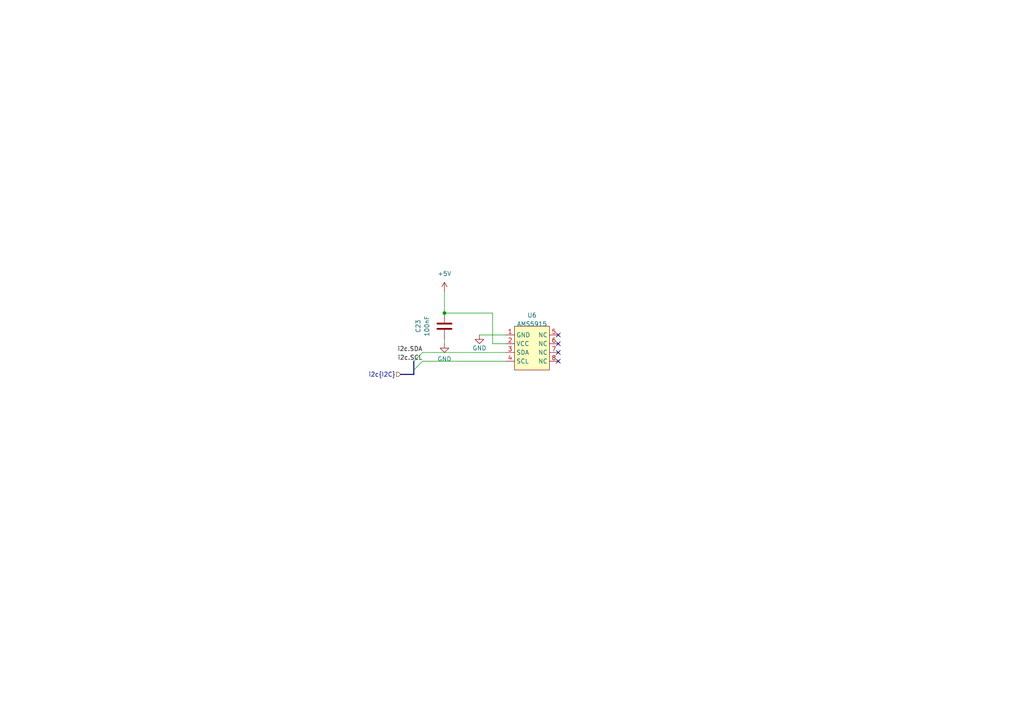
<source format=kicad_sch>
(kicad_sch (version 20231120) (generator "eeschema") (generator_version "8.0")
  (paper "A4")
  (lib_symbols
    (symbol "Device:C" (pin_numbers hide) (pin_names (offset 0.254))
      (property "Reference" "C" (at 0.635 2.54 0))
      (property "Value" "C" (at 0.635 -2.54 0))
      (symbol "C_0_1"
        (polyline (pts (xy -2.032 -0.762) (xy 2.032 -0.762)) (stroke (width 0.508)))
        (polyline (pts (xy -2.032 0.762) (xy 2.032 0.762)) (stroke (width 0.508)))
      )
      (symbol "C_1_1"
        (pin passive line (at 0 3.81 270) (length 2.794) (name "~") (number "1"))
        (pin passive line (at 0 -3.81 90) (length 2.794) (name "~") (number "2"))
      )
    )
    (symbol "IVS_SYMBOLS:AMS5915"
      (property "Reference" "U" (at 0 10.16 0))
      (property "Value" "AMS5915" (at 0 -7.62 0))
      (symbol "AMS5915_0_1"
        (rectangle (start -5.08 7.62) (end 5.08 -5.08) (fill (type background)))
      )
      (symbol "AMS5915_1_1"
        (pin power_in line (at -7.62 5.08 0) (length 2.54) (name "GND") (number "1"))
        (pin power_in line (at -7.62 2.54 0) (length 2.54) (name "VCC") (number "2"))
        (pin bidirectional line (at -7.62 0 0) (length 2.54) (name "SDA") (number "3"))
        (pin input line (at -7.62 -2.54 0) (length 2.54) (name "SCL") (number "4"))
        (pin no_connect line (at 7.62 5.08 180) (length 2.54) (name "NC") (number "5"))
        (pin no_connect line (at 7.62 2.54 180) (length 2.54) (name "NC") (number "6"))
        (pin no_connect line (at 7.62 0 180) (length 2.54) (name "NC") (number "7"))
        (pin no_connect line (at 7.62 -2.54 180) (length 2.54) (name "NC") (number "8"))
      )
    )
    (symbol "power:+5V" (power) (pin_numbers hide) (pin_names (offset 0) hide)
      (property "Value" "+5V" (at 0 3.556 0))
      (symbol "+5V_0_1"
        (polyline (pts (xy -0.762 1.27) (xy 0 2.54)))
        (polyline (pts (xy 0 0) (xy 0 2.54)))
        (polyline (pts (xy 0 2.54) (xy 0.762 1.27)))
      )
      (symbol "+5V_1_1"
        (pin power_in line (at 0 0 90) (length 0) (name "~") (number "1"))
      )
    )
    (symbol "power:GND" (power) (pin_names (offset 0))
      (property "Value" "GND" (at 0 -3.81 0))
      (symbol "GND_0_1"
        (polyline (pts (xy 0 0) (xy 0 -1.27) (xy 1.27 -1.27) (xy 0 -2.54) (xy -1.27 -1.27) (xy 0 -1.27)))
      )
      (symbol "GND_1_1"
        (pin power_in line (at 0 0 270) (length 0) hide (name "GND") (number "1"))
      )
    )
  )
  (junction (at 128.905 90.805))
  (no_connect (at 161.925 102.235))
  (no_connect (at 161.925 99.695))
  (no_connect (at 161.925 97.155))
  (no_connect (at 161.925 104.775))
  (bus_entry (at 122.555 104.775) (size -2.54 2.54))
  (bus_entry (at 122.555 102.235) (size -2.54 2.54))
  (wire (pts (xy 128.905 90.805) (xy 142.875 90.805)))
  (wire (pts (xy 128.905 84.455) (xy 128.905 90.805)))
  (bus (pts (xy 120.015 104.775) (xy 120.015 107.315)))
  (wire (pts (xy 146.685 99.695) (xy 142.875 99.695)))
  (wire (pts (xy 122.555 104.775) (xy 146.685 104.775)))
  (wire (pts (xy 142.875 99.695) (xy 142.875 90.805)))
  (bus (pts (xy 116.205 108.585) (xy 120.015 108.585)))
  (wire (pts (xy 139.065 97.155) (xy 146.685 97.155)))
  (bus (pts (xy 120.015 107.315) (xy 120.015 108.585)))
  (wire (pts (xy 122.555 102.235) (xy 146.685 102.235)))
  (wire (pts (xy 128.905 99.695) (xy 128.905 98.425)))
  (label "i2c.SDA" (at 122.555 102.235 180))
  (label "i2c.SCL" (at 122.555 104.775 180))
  (hierarchical_label "i2c{I2C}" (shape input) (at 116.205 108.585 180))
  (symbol (lib_id "power:+5V") (at 128.905 84.455 0) (unit 1)
    (property "Reference" "#PWR026" (effects (hide yes)))
    (property "Value" "+5V" (at 128.905 79.375 0))
    (property "Description" "Power symbol creates a global label with name \"+5V\"" (effects (hide yes)))
  )
  (symbol (lib_id "IVS_SYMBOLS:AMS5915") (at 154.305 102.235 0) (unit 1)
    (property "Reference" "U6" (at 154.305 91.44 0))
    (property "Value" "AMS5915" (at 154.305 93.98 0))
    (property "Footprint" "SpiritBoi_Footprint_Library:Sensor-Pressure-AMS5915" (effects (hide yes)))
    (property "Datasheet" "https://www.analog-micro.com/products/pressure-sensors/board-mount-pressure-sensors/ams5915/ams5915-datasheet.pdf" (effects (hide yes)))
    (instances (project "DongTamV2" (path "" (reference "U6") (unit 1))) (project "dongtam" (path "" (reference "U?") (unit 1))))
  )
  (symbol (lib_id "power:GND") (at 128.905 99.695 0) (unit 1)
    (property "Reference" "#PWR027" (effects (hide yes)))
    (property "Value" "GND" (at 128.905 104.14 0))
    (instances (project "DongTamV2" (path "" (reference "#PWR027") (unit 1))) (project "dongtam" (path "" (reference "#PWR?") (unit 1))))
  )
  (symbol (lib_id "Device:C") (at 128.905 94.615 180) (unit 1)
    (property "Reference" "C23" (at 121.285 94.615 90))
    (property "Value" "100nF" (at 123.825 94.615 90))
    (property "Footprint" "SpiritBoi_Footprint_Library:C_0603" (effects (hide yes)))
    (instances (project "DongTamV2" (path "" (reference "C23") (unit 1))) (project "dongtam" (path "" (reference "C?") (unit 1))))
  )
  (symbol (lib_id "power:GND") (at 139.065 97.155 0) (unit 1)
    (property "Reference" "#PWR028" (effects (hide yes)))
    (property "Value" "GND" (at 139.065 100.965 0))
    (instances (project "DongTamV2" (path "" (reference "#PWR028") (unit 1))) (project "dongtam" (path "" (reference "#PWR?") (unit 1))))
  )
)
</source>
